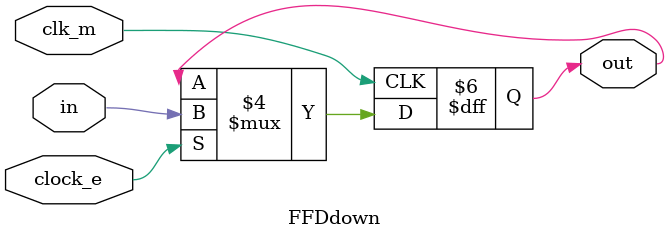
<source format=v>
`timescale 1ns / 1ps

module FFDdown(
    input clk_m,
    input clock_e,
    input in,
    output reg out=0
    );
    
    always @ (posedge clk_m) begin
    if (clock_e==1)
        out <= in;   
    end
endmodule

</source>
